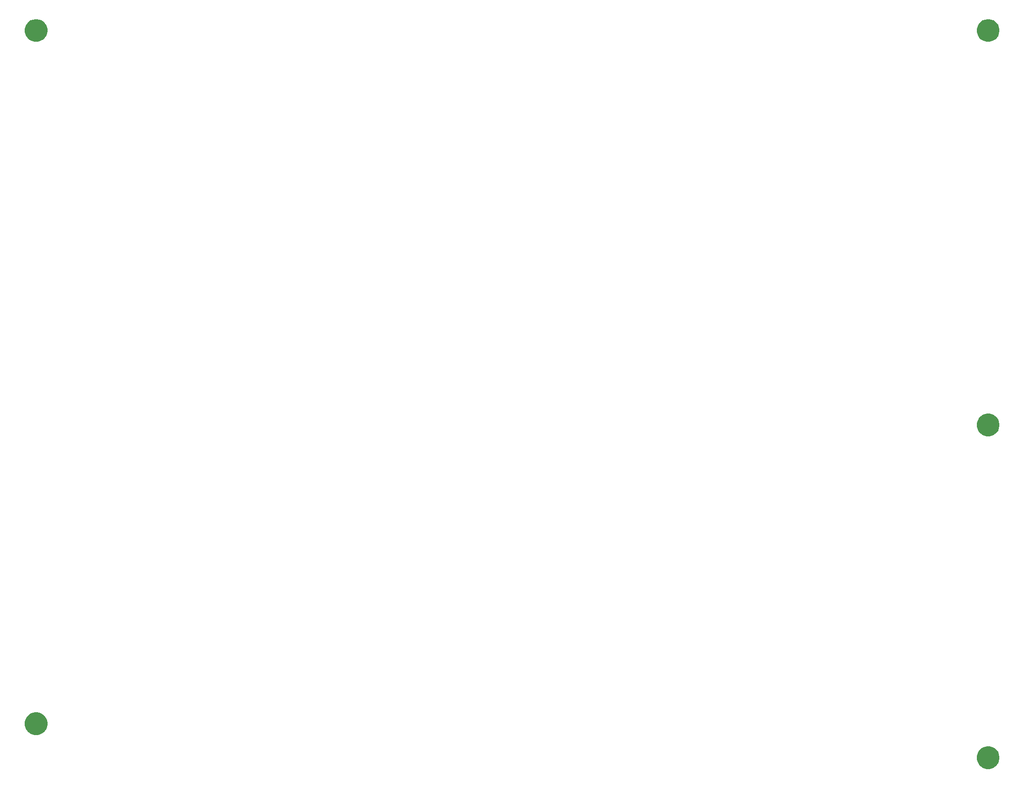
<source format=gbs>
G04 #@! TF.GenerationSoftware,KiCad,Pcbnew,(5.1.5-0-10_14)*
G04 #@! TF.CreationDate,2020-04-18T19:51:42+09:00*
G04 #@! TF.ProjectId,colice_left_MidFrame,636f6c69-6365-45f6-9c65-66745f4d6964,rev?*
G04 #@! TF.SameCoordinates,Original*
G04 #@! TF.FileFunction,Soldermask,Bot*
G04 #@! TF.FilePolarity,Negative*
%FSLAX46Y46*%
G04 Gerber Fmt 4.6, Leading zero omitted, Abs format (unit mm)*
G04 Created by KiCad (PCBNEW (5.1.5-0-10_14)) date 2020-04-18 19:51:42*
%MOMM*%
%LPD*%
G04 APERTURE LIST*
%ADD10C,0.100000*%
G04 APERTURE END LIST*
D10*
G36*
X201617623Y-155005261D02*
G01*
X202009079Y-155167407D01*
X202009081Y-155167408D01*
X202361383Y-155402809D01*
X202660991Y-155702417D01*
X202896392Y-156054719D01*
X202896393Y-156054721D01*
X203058539Y-156446177D01*
X203141200Y-156861744D01*
X203141200Y-157285456D01*
X203058539Y-157701023D01*
X202896393Y-158092479D01*
X202896392Y-158092481D01*
X202660991Y-158444783D01*
X202361383Y-158744391D01*
X202009081Y-158979792D01*
X202009080Y-158979793D01*
X202009079Y-158979793D01*
X201617623Y-159141939D01*
X201202056Y-159224600D01*
X200778344Y-159224600D01*
X200362777Y-159141939D01*
X199971321Y-158979793D01*
X199971320Y-158979793D01*
X199971319Y-158979792D01*
X199619017Y-158744391D01*
X199319409Y-158444783D01*
X199084008Y-158092481D01*
X199084007Y-158092479D01*
X198921861Y-157701023D01*
X198839200Y-157285456D01*
X198839200Y-156861744D01*
X198921861Y-156446177D01*
X199084007Y-156054721D01*
X199084008Y-156054719D01*
X199319409Y-155702417D01*
X199619017Y-155402809D01*
X199971319Y-155167408D01*
X199971321Y-155167407D01*
X200362777Y-155005261D01*
X200778344Y-154922600D01*
X201202056Y-154922600D01*
X201617623Y-155005261D01*
G37*
G36*
X22065023Y-148604461D02*
G01*
X22456479Y-148766607D01*
X22456481Y-148766608D01*
X22808783Y-149002009D01*
X23108391Y-149301617D01*
X23343792Y-149653919D01*
X23343793Y-149653921D01*
X23505939Y-150045377D01*
X23588600Y-150460944D01*
X23588600Y-150884656D01*
X23505939Y-151300223D01*
X23343793Y-151691679D01*
X23343792Y-151691681D01*
X23108391Y-152043983D01*
X22808783Y-152343591D01*
X22456481Y-152578992D01*
X22456480Y-152578993D01*
X22456479Y-152578993D01*
X22065023Y-152741139D01*
X21649456Y-152823800D01*
X21225744Y-152823800D01*
X20810177Y-152741139D01*
X20418721Y-152578993D01*
X20418720Y-152578993D01*
X20418719Y-152578992D01*
X20066417Y-152343591D01*
X19766809Y-152043983D01*
X19531408Y-151691681D01*
X19531407Y-151691679D01*
X19369261Y-151300223D01*
X19286600Y-150884656D01*
X19286600Y-150460944D01*
X19369261Y-150045377D01*
X19531407Y-149653921D01*
X19531408Y-149653919D01*
X19766809Y-149301617D01*
X20066417Y-149002009D01*
X20418719Y-148766608D01*
X20418721Y-148766607D01*
X20810177Y-148604461D01*
X21225744Y-148521800D01*
X21649456Y-148521800D01*
X22065023Y-148604461D01*
G37*
G36*
X201617623Y-92216461D02*
G01*
X202009079Y-92378607D01*
X202009081Y-92378608D01*
X202361383Y-92614009D01*
X202660991Y-92913617D01*
X202896392Y-93265919D01*
X202896393Y-93265921D01*
X203058539Y-93657377D01*
X203141200Y-94072944D01*
X203141200Y-94496656D01*
X203058539Y-94912223D01*
X202896393Y-95303679D01*
X202896392Y-95303681D01*
X202660991Y-95655983D01*
X202361383Y-95955591D01*
X202009081Y-96190992D01*
X202009080Y-96190993D01*
X202009079Y-96190993D01*
X201617623Y-96353139D01*
X201202056Y-96435800D01*
X200778344Y-96435800D01*
X200362777Y-96353139D01*
X199971321Y-96190993D01*
X199971320Y-96190993D01*
X199971319Y-96190992D01*
X199619017Y-95955591D01*
X199319409Y-95655983D01*
X199084008Y-95303681D01*
X199084007Y-95303679D01*
X198921861Y-94912223D01*
X198839200Y-94496656D01*
X198839200Y-94072944D01*
X198921861Y-93657377D01*
X199084007Y-93265921D01*
X199084008Y-93265919D01*
X199319409Y-92913617D01*
X199619017Y-92614009D01*
X199971319Y-92378608D01*
X199971321Y-92378607D01*
X200362777Y-92216461D01*
X200778344Y-92133800D01*
X201202056Y-92133800D01*
X201617623Y-92216461D01*
G37*
G36*
X201617623Y-17743661D02*
G01*
X202009079Y-17905807D01*
X202009081Y-17905808D01*
X202361383Y-18141209D01*
X202660991Y-18440817D01*
X202896392Y-18793119D01*
X202896393Y-18793121D01*
X203058539Y-19184577D01*
X203141200Y-19600144D01*
X203141200Y-20023856D01*
X203058539Y-20439423D01*
X202896393Y-20830879D01*
X202896392Y-20830881D01*
X202660991Y-21183183D01*
X202361383Y-21482791D01*
X202009081Y-21718192D01*
X202009080Y-21718193D01*
X202009079Y-21718193D01*
X201617623Y-21880339D01*
X201202056Y-21963000D01*
X200778344Y-21963000D01*
X200362777Y-21880339D01*
X199971321Y-21718193D01*
X199971320Y-21718193D01*
X199971319Y-21718192D01*
X199619017Y-21482791D01*
X199319409Y-21183183D01*
X199084008Y-20830881D01*
X199084007Y-20830879D01*
X198921861Y-20439423D01*
X198839200Y-20023856D01*
X198839200Y-19600144D01*
X198921861Y-19184577D01*
X199084007Y-18793121D01*
X199084008Y-18793119D01*
X199319409Y-18440817D01*
X199619017Y-18141209D01*
X199971319Y-17905808D01*
X199971321Y-17905807D01*
X200362777Y-17743661D01*
X200778344Y-17661000D01*
X201202056Y-17661000D01*
X201617623Y-17743661D01*
G37*
G36*
X22065023Y-17743661D02*
G01*
X22456479Y-17905807D01*
X22456481Y-17905808D01*
X22808783Y-18141209D01*
X23108391Y-18440817D01*
X23343792Y-18793119D01*
X23343793Y-18793121D01*
X23505939Y-19184577D01*
X23588600Y-19600144D01*
X23588600Y-20023856D01*
X23505939Y-20439423D01*
X23343793Y-20830879D01*
X23343792Y-20830881D01*
X23108391Y-21183183D01*
X22808783Y-21482791D01*
X22456481Y-21718192D01*
X22456480Y-21718193D01*
X22456479Y-21718193D01*
X22065023Y-21880339D01*
X21649456Y-21963000D01*
X21225744Y-21963000D01*
X20810177Y-21880339D01*
X20418721Y-21718193D01*
X20418720Y-21718193D01*
X20418719Y-21718192D01*
X20066417Y-21482791D01*
X19766809Y-21183183D01*
X19531408Y-20830881D01*
X19531407Y-20830879D01*
X19369261Y-20439423D01*
X19286600Y-20023856D01*
X19286600Y-19600144D01*
X19369261Y-19184577D01*
X19531407Y-18793121D01*
X19531408Y-18793119D01*
X19766809Y-18440817D01*
X20066417Y-18141209D01*
X20418719Y-17905808D01*
X20418721Y-17905807D01*
X20810177Y-17743661D01*
X21225744Y-17661000D01*
X21649456Y-17661000D01*
X22065023Y-17743661D01*
G37*
M02*

</source>
